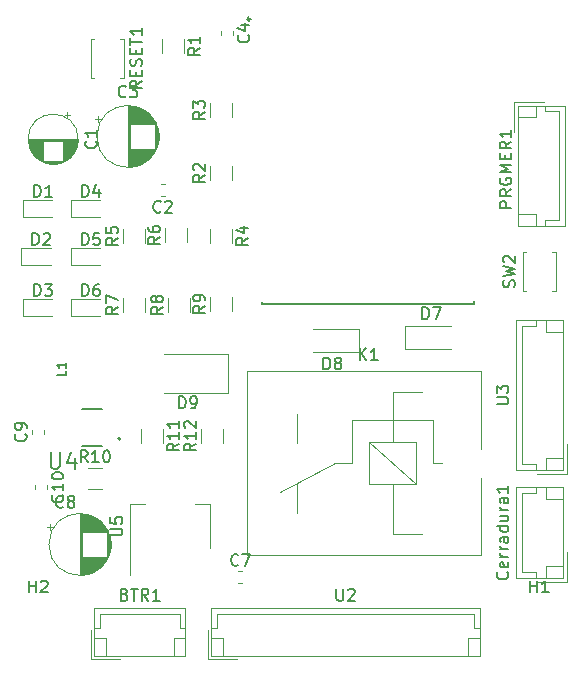
<source format=gbr>
G04 #@! TF.GenerationSoftware,KiCad,Pcbnew,5.1.5+dfsg1-2build2*
G04 #@! TF.CreationDate,2021-12-30T00:51:53-05:00*
G04 #@! TF.ProjectId,schematics,73636865-6d61-4746-9963-732e6b696361,rev?*
G04 #@! TF.SameCoordinates,Original*
G04 #@! TF.FileFunction,Legend,Top*
G04 #@! TF.FilePolarity,Positive*
%FSLAX46Y46*%
G04 Gerber Fmt 4.6, Leading zero omitted, Abs format (unit mm)*
G04 Created by KiCad (PCBNEW 5.1.5+dfsg1-2build2) date 2021-12-30 00:51:53*
%MOMM*%
%LPD*%
G04 APERTURE LIST*
%ADD10C,0.120000*%
%ADD11C,0.127000*%
%ADD12C,0.240000*%
%ADD13C,0.200000*%
%ADD14C,0.150000*%
G04 APERTURE END LIST*
D10*
X188788000Y-149478000D02*
X188788000Y-146178000D01*
X188788000Y-146178000D02*
X183388000Y-146178000D01*
X188788000Y-149478000D02*
X183388000Y-149478000D01*
X187304000Y-135578436D02*
X187304000Y-136782564D01*
X189124000Y-135578436D02*
X189124000Y-136782564D01*
X177176000Y-172028000D02*
X179676000Y-172028000D01*
X177176000Y-169528000D02*
X177176000Y-172028000D01*
X184196000Y-170228000D02*
X184196000Y-171728000D01*
X185196000Y-170228000D02*
X184196000Y-170228000D01*
X178476000Y-170228000D02*
X178476000Y-171728000D01*
X177476000Y-170228000D02*
X178476000Y-170228000D01*
X184696000Y-169418000D02*
X185196000Y-169418000D01*
X184696000Y-168208000D02*
X184696000Y-169418000D01*
X177976000Y-168208000D02*
X184696000Y-168208000D01*
X177976000Y-169418000D02*
X177976000Y-168208000D01*
X177476000Y-169418000D02*
X177976000Y-169418000D01*
X185196000Y-167708000D02*
X177476000Y-167708000D01*
X185196000Y-171728000D02*
X185196000Y-167708000D01*
X177476000Y-171728000D02*
X185196000Y-171728000D01*
X177476000Y-167708000D02*
X177476000Y-171728000D01*
X175385000Y-125930199D02*
X174985000Y-125930199D01*
X175185000Y-125730199D02*
X175185000Y-126130199D01*
X174360000Y-130081000D02*
X173620000Y-130081000D01*
X174527000Y-130041000D02*
X173453000Y-130041000D01*
X174654000Y-130001000D02*
X173326000Y-130001000D01*
X174758000Y-129961000D02*
X173222000Y-129961000D01*
X174849000Y-129921000D02*
X173131000Y-129921000D01*
X174930000Y-129881000D02*
X173050000Y-129881000D01*
X175003000Y-129841000D02*
X172977000Y-129841000D01*
X173150000Y-129801000D02*
X172910000Y-129801000D01*
X175070000Y-129801000D02*
X174830000Y-129801000D01*
X173150000Y-129761000D02*
X172848000Y-129761000D01*
X175132000Y-129761000D02*
X174830000Y-129761000D01*
X173150000Y-129721000D02*
X172790000Y-129721000D01*
X175190000Y-129721000D02*
X174830000Y-129721000D01*
X173150000Y-129681000D02*
X172736000Y-129681000D01*
X175244000Y-129681000D02*
X174830000Y-129681000D01*
X173150000Y-129641000D02*
X172686000Y-129641000D01*
X175294000Y-129641000D02*
X174830000Y-129641000D01*
X173150000Y-129601000D02*
X172639000Y-129601000D01*
X175341000Y-129601000D02*
X174830000Y-129601000D01*
X173150000Y-129561000D02*
X172594000Y-129561000D01*
X175386000Y-129561000D02*
X174830000Y-129561000D01*
X173150000Y-129521000D02*
X172552000Y-129521000D01*
X175428000Y-129521000D02*
X174830000Y-129521000D01*
X173150000Y-129481000D02*
X172512000Y-129481000D01*
X175468000Y-129481000D02*
X174830000Y-129481000D01*
X173150000Y-129441000D02*
X172474000Y-129441000D01*
X175506000Y-129441000D02*
X174830000Y-129441000D01*
X173150000Y-129401000D02*
X172438000Y-129401000D01*
X175542000Y-129401000D02*
X174830000Y-129401000D01*
X173150000Y-129361000D02*
X172403000Y-129361000D01*
X175577000Y-129361000D02*
X174830000Y-129361000D01*
X173150000Y-129321000D02*
X172371000Y-129321000D01*
X175609000Y-129321000D02*
X174830000Y-129321000D01*
X173150000Y-129281000D02*
X172340000Y-129281000D01*
X175640000Y-129281000D02*
X174830000Y-129281000D01*
X173150000Y-129241000D02*
X172310000Y-129241000D01*
X175670000Y-129241000D02*
X174830000Y-129241000D01*
X173150000Y-129201000D02*
X172282000Y-129201000D01*
X175698000Y-129201000D02*
X174830000Y-129201000D01*
X173150000Y-129161000D02*
X172255000Y-129161000D01*
X175725000Y-129161000D02*
X174830000Y-129161000D01*
X173150000Y-129121000D02*
X172230000Y-129121000D01*
X175750000Y-129121000D02*
X174830000Y-129121000D01*
X173150000Y-129081000D02*
X172205000Y-129081000D01*
X175775000Y-129081000D02*
X174830000Y-129081000D01*
X173150000Y-129041000D02*
X172182000Y-129041000D01*
X175798000Y-129041000D02*
X174830000Y-129041000D01*
X173150000Y-129001000D02*
X172160000Y-129001000D01*
X175820000Y-129001000D02*
X174830000Y-129001000D01*
X173150000Y-128961000D02*
X172139000Y-128961000D01*
X175841000Y-128961000D02*
X174830000Y-128961000D01*
X173150000Y-128921000D02*
X172120000Y-128921000D01*
X175860000Y-128921000D02*
X174830000Y-128921000D01*
X173150000Y-128881000D02*
X172101000Y-128881000D01*
X175879000Y-128881000D02*
X174830000Y-128881000D01*
X173150000Y-128841000D02*
X172083000Y-128841000D01*
X175897000Y-128841000D02*
X174830000Y-128841000D01*
X173150000Y-128801000D02*
X172066000Y-128801000D01*
X175914000Y-128801000D02*
X174830000Y-128801000D01*
X173150000Y-128761000D02*
X172050000Y-128761000D01*
X175930000Y-128761000D02*
X174830000Y-128761000D01*
X173150000Y-128721000D02*
X172036000Y-128721000D01*
X175944000Y-128721000D02*
X174830000Y-128721000D01*
X173150000Y-128680000D02*
X172022000Y-128680000D01*
X175958000Y-128680000D02*
X174830000Y-128680000D01*
X173150000Y-128640000D02*
X172008000Y-128640000D01*
X175972000Y-128640000D02*
X174830000Y-128640000D01*
X173150000Y-128600000D02*
X171996000Y-128600000D01*
X175984000Y-128600000D02*
X174830000Y-128600000D01*
X173150000Y-128560000D02*
X171985000Y-128560000D01*
X175995000Y-128560000D02*
X174830000Y-128560000D01*
X173150000Y-128520000D02*
X171974000Y-128520000D01*
X176006000Y-128520000D02*
X174830000Y-128520000D01*
X173150000Y-128480000D02*
X171965000Y-128480000D01*
X176015000Y-128480000D02*
X174830000Y-128480000D01*
X173150000Y-128440000D02*
X171956000Y-128440000D01*
X176024000Y-128440000D02*
X174830000Y-128440000D01*
X173150000Y-128400000D02*
X171948000Y-128400000D01*
X176032000Y-128400000D02*
X174830000Y-128400000D01*
X173150000Y-128360000D02*
X171940000Y-128360000D01*
X176040000Y-128360000D02*
X174830000Y-128360000D01*
X173150000Y-128320000D02*
X171934000Y-128320000D01*
X176046000Y-128320000D02*
X174830000Y-128320000D01*
X173150000Y-128280000D02*
X171928000Y-128280000D01*
X176052000Y-128280000D02*
X174830000Y-128280000D01*
X173150000Y-128240000D02*
X171923000Y-128240000D01*
X176057000Y-128240000D02*
X174830000Y-128240000D01*
X173150000Y-128200000D02*
X171919000Y-128200000D01*
X176061000Y-128200000D02*
X174830000Y-128200000D01*
X176064000Y-128160000D02*
X171916000Y-128160000D01*
X176067000Y-128120000D02*
X171913000Y-128120000D01*
X176069000Y-128080000D02*
X171911000Y-128080000D01*
X176070000Y-128040000D02*
X171910000Y-128040000D01*
X176070000Y-128000000D02*
X171910000Y-128000000D01*
X176110000Y-128000000D02*
G75*
G03X176110000Y-128000000I-2120000J0D01*
G01*
X183446267Y-132844000D02*
X183103733Y-132844000D01*
X183446267Y-131824000D02*
X183103733Y-131824000D01*
X182940000Y-127762000D02*
G75*
G03X182940000Y-127762000I-2620000J0D01*
G01*
X180320000Y-125182000D02*
X180320000Y-130342000D01*
X180360000Y-125182000D02*
X180360000Y-130342000D01*
X180400000Y-125183000D02*
X180400000Y-130341000D01*
X180440000Y-125184000D02*
X180440000Y-130340000D01*
X180480000Y-125186000D02*
X180480000Y-130338000D01*
X180520000Y-125189000D02*
X180520000Y-130335000D01*
X180560000Y-125193000D02*
X180560000Y-126722000D01*
X180560000Y-128802000D02*
X180560000Y-130331000D01*
X180600000Y-125197000D02*
X180600000Y-126722000D01*
X180600000Y-128802000D02*
X180600000Y-130327000D01*
X180640000Y-125201000D02*
X180640000Y-126722000D01*
X180640000Y-128802000D02*
X180640000Y-130323000D01*
X180680000Y-125206000D02*
X180680000Y-126722000D01*
X180680000Y-128802000D02*
X180680000Y-130318000D01*
X180720000Y-125212000D02*
X180720000Y-126722000D01*
X180720000Y-128802000D02*
X180720000Y-130312000D01*
X180760000Y-125219000D02*
X180760000Y-126722000D01*
X180760000Y-128802000D02*
X180760000Y-130305000D01*
X180800000Y-125226000D02*
X180800000Y-126722000D01*
X180800000Y-128802000D02*
X180800000Y-130298000D01*
X180840000Y-125234000D02*
X180840000Y-126722000D01*
X180840000Y-128802000D02*
X180840000Y-130290000D01*
X180880000Y-125242000D02*
X180880000Y-126722000D01*
X180880000Y-128802000D02*
X180880000Y-130282000D01*
X180920000Y-125251000D02*
X180920000Y-126722000D01*
X180920000Y-128802000D02*
X180920000Y-130273000D01*
X180960000Y-125261000D02*
X180960000Y-126722000D01*
X180960000Y-128802000D02*
X180960000Y-130263000D01*
X181000000Y-125271000D02*
X181000000Y-126722000D01*
X181000000Y-128802000D02*
X181000000Y-130253000D01*
X181041000Y-125282000D02*
X181041000Y-126722000D01*
X181041000Y-128802000D02*
X181041000Y-130242000D01*
X181081000Y-125294000D02*
X181081000Y-126722000D01*
X181081000Y-128802000D02*
X181081000Y-130230000D01*
X181121000Y-125307000D02*
X181121000Y-126722000D01*
X181121000Y-128802000D02*
X181121000Y-130217000D01*
X181161000Y-125320000D02*
X181161000Y-126722000D01*
X181161000Y-128802000D02*
X181161000Y-130204000D01*
X181201000Y-125334000D02*
X181201000Y-126722000D01*
X181201000Y-128802000D02*
X181201000Y-130190000D01*
X181241000Y-125348000D02*
X181241000Y-126722000D01*
X181241000Y-128802000D02*
X181241000Y-130176000D01*
X181281000Y-125364000D02*
X181281000Y-126722000D01*
X181281000Y-128802000D02*
X181281000Y-130160000D01*
X181321000Y-125380000D02*
X181321000Y-126722000D01*
X181321000Y-128802000D02*
X181321000Y-130144000D01*
X181361000Y-125397000D02*
X181361000Y-126722000D01*
X181361000Y-128802000D02*
X181361000Y-130127000D01*
X181401000Y-125414000D02*
X181401000Y-126722000D01*
X181401000Y-128802000D02*
X181401000Y-130110000D01*
X181441000Y-125433000D02*
X181441000Y-126722000D01*
X181441000Y-128802000D02*
X181441000Y-130091000D01*
X181481000Y-125452000D02*
X181481000Y-126722000D01*
X181481000Y-128802000D02*
X181481000Y-130072000D01*
X181521000Y-125472000D02*
X181521000Y-126722000D01*
X181521000Y-128802000D02*
X181521000Y-130052000D01*
X181561000Y-125494000D02*
X181561000Y-126722000D01*
X181561000Y-128802000D02*
X181561000Y-130030000D01*
X181601000Y-125515000D02*
X181601000Y-126722000D01*
X181601000Y-128802000D02*
X181601000Y-130009000D01*
X181641000Y-125538000D02*
X181641000Y-126722000D01*
X181641000Y-128802000D02*
X181641000Y-129986000D01*
X181681000Y-125562000D02*
X181681000Y-126722000D01*
X181681000Y-128802000D02*
X181681000Y-129962000D01*
X181721000Y-125587000D02*
X181721000Y-126722000D01*
X181721000Y-128802000D02*
X181721000Y-129937000D01*
X181761000Y-125613000D02*
X181761000Y-126722000D01*
X181761000Y-128802000D02*
X181761000Y-129911000D01*
X181801000Y-125640000D02*
X181801000Y-126722000D01*
X181801000Y-128802000D02*
X181801000Y-129884000D01*
X181841000Y-125667000D02*
X181841000Y-126722000D01*
X181841000Y-128802000D02*
X181841000Y-129857000D01*
X181881000Y-125697000D02*
X181881000Y-126722000D01*
X181881000Y-128802000D02*
X181881000Y-129827000D01*
X181921000Y-125727000D02*
X181921000Y-126722000D01*
X181921000Y-128802000D02*
X181921000Y-129797000D01*
X181961000Y-125758000D02*
X181961000Y-126722000D01*
X181961000Y-128802000D02*
X181961000Y-129766000D01*
X182001000Y-125791000D02*
X182001000Y-126722000D01*
X182001000Y-128802000D02*
X182001000Y-129733000D01*
X182041000Y-125825000D02*
X182041000Y-126722000D01*
X182041000Y-128802000D02*
X182041000Y-129699000D01*
X182081000Y-125861000D02*
X182081000Y-126722000D01*
X182081000Y-128802000D02*
X182081000Y-129663000D01*
X182121000Y-125898000D02*
X182121000Y-126722000D01*
X182121000Y-128802000D02*
X182121000Y-129626000D01*
X182161000Y-125936000D02*
X182161000Y-126722000D01*
X182161000Y-128802000D02*
X182161000Y-129588000D01*
X182201000Y-125977000D02*
X182201000Y-126722000D01*
X182201000Y-128802000D02*
X182201000Y-129547000D01*
X182241000Y-126019000D02*
X182241000Y-126722000D01*
X182241000Y-128802000D02*
X182241000Y-129505000D01*
X182281000Y-126063000D02*
X182281000Y-126722000D01*
X182281000Y-128802000D02*
X182281000Y-129461000D01*
X182321000Y-126109000D02*
X182321000Y-126722000D01*
X182321000Y-128802000D02*
X182321000Y-129415000D01*
X182361000Y-126157000D02*
X182361000Y-126722000D01*
X182361000Y-128802000D02*
X182361000Y-129367000D01*
X182401000Y-126208000D02*
X182401000Y-126722000D01*
X182401000Y-128802000D02*
X182401000Y-129316000D01*
X182441000Y-126262000D02*
X182441000Y-126722000D01*
X182441000Y-128802000D02*
X182441000Y-129262000D01*
X182481000Y-126319000D02*
X182481000Y-126722000D01*
X182481000Y-128802000D02*
X182481000Y-129205000D01*
X182521000Y-126379000D02*
X182521000Y-126722000D01*
X182521000Y-128802000D02*
X182521000Y-129145000D01*
X182561000Y-126443000D02*
X182561000Y-126722000D01*
X182561000Y-128802000D02*
X182561000Y-129081000D01*
X182601000Y-126511000D02*
X182601000Y-126722000D01*
X182601000Y-128802000D02*
X182601000Y-129013000D01*
X182641000Y-126584000D02*
X182641000Y-128940000D01*
X182681000Y-126664000D02*
X182681000Y-128860000D01*
X182721000Y-126751000D02*
X182721000Y-128773000D01*
X182761000Y-126847000D02*
X182761000Y-128677000D01*
X182801000Y-126957000D02*
X182801000Y-128567000D01*
X182841000Y-127085000D02*
X182841000Y-128439000D01*
X182881000Y-127244000D02*
X182881000Y-128280000D01*
X182921000Y-127478000D02*
X182921000Y-128046000D01*
X177515225Y-126287000D02*
X178015225Y-126287000D01*
X177765225Y-126037000D02*
X177765225Y-126537000D01*
X188212000Y-118841733D02*
X188212000Y-119184267D01*
X189232000Y-118841733D02*
X189232000Y-119184267D01*
X189679733Y-165610000D02*
X190022267Y-165610000D01*
X189679733Y-164590000D02*
X190022267Y-164590000D01*
X173701225Y-160581000D02*
X173701225Y-161081000D01*
X173451225Y-160831000D02*
X173951225Y-160831000D01*
X178857000Y-162022000D02*
X178857000Y-162590000D01*
X178817000Y-161788000D02*
X178817000Y-162824000D01*
X178777000Y-161629000D02*
X178777000Y-162983000D01*
X178737000Y-161501000D02*
X178737000Y-163111000D01*
X178697000Y-161391000D02*
X178697000Y-163221000D01*
X178657000Y-161295000D02*
X178657000Y-163317000D01*
X178617000Y-161208000D02*
X178617000Y-163404000D01*
X178577000Y-161128000D02*
X178577000Y-163484000D01*
X178537000Y-163346000D02*
X178537000Y-163557000D01*
X178537000Y-161055000D02*
X178537000Y-161266000D01*
X178497000Y-163346000D02*
X178497000Y-163625000D01*
X178497000Y-160987000D02*
X178497000Y-161266000D01*
X178457000Y-163346000D02*
X178457000Y-163689000D01*
X178457000Y-160923000D02*
X178457000Y-161266000D01*
X178417000Y-163346000D02*
X178417000Y-163749000D01*
X178417000Y-160863000D02*
X178417000Y-161266000D01*
X178377000Y-163346000D02*
X178377000Y-163806000D01*
X178377000Y-160806000D02*
X178377000Y-161266000D01*
X178337000Y-163346000D02*
X178337000Y-163860000D01*
X178337000Y-160752000D02*
X178337000Y-161266000D01*
X178297000Y-163346000D02*
X178297000Y-163911000D01*
X178297000Y-160701000D02*
X178297000Y-161266000D01*
X178257000Y-163346000D02*
X178257000Y-163959000D01*
X178257000Y-160653000D02*
X178257000Y-161266000D01*
X178217000Y-163346000D02*
X178217000Y-164005000D01*
X178217000Y-160607000D02*
X178217000Y-161266000D01*
X178177000Y-163346000D02*
X178177000Y-164049000D01*
X178177000Y-160563000D02*
X178177000Y-161266000D01*
X178137000Y-163346000D02*
X178137000Y-164091000D01*
X178137000Y-160521000D02*
X178137000Y-161266000D01*
X178097000Y-163346000D02*
X178097000Y-164132000D01*
X178097000Y-160480000D02*
X178097000Y-161266000D01*
X178057000Y-163346000D02*
X178057000Y-164170000D01*
X178057000Y-160442000D02*
X178057000Y-161266000D01*
X178017000Y-163346000D02*
X178017000Y-164207000D01*
X178017000Y-160405000D02*
X178017000Y-161266000D01*
X177977000Y-163346000D02*
X177977000Y-164243000D01*
X177977000Y-160369000D02*
X177977000Y-161266000D01*
X177937000Y-163346000D02*
X177937000Y-164277000D01*
X177937000Y-160335000D02*
X177937000Y-161266000D01*
X177897000Y-163346000D02*
X177897000Y-164310000D01*
X177897000Y-160302000D02*
X177897000Y-161266000D01*
X177857000Y-163346000D02*
X177857000Y-164341000D01*
X177857000Y-160271000D02*
X177857000Y-161266000D01*
X177817000Y-163346000D02*
X177817000Y-164371000D01*
X177817000Y-160241000D02*
X177817000Y-161266000D01*
X177777000Y-163346000D02*
X177777000Y-164401000D01*
X177777000Y-160211000D02*
X177777000Y-161266000D01*
X177737000Y-163346000D02*
X177737000Y-164428000D01*
X177737000Y-160184000D02*
X177737000Y-161266000D01*
X177697000Y-163346000D02*
X177697000Y-164455000D01*
X177697000Y-160157000D02*
X177697000Y-161266000D01*
X177657000Y-163346000D02*
X177657000Y-164481000D01*
X177657000Y-160131000D02*
X177657000Y-161266000D01*
X177617000Y-163346000D02*
X177617000Y-164506000D01*
X177617000Y-160106000D02*
X177617000Y-161266000D01*
X177577000Y-163346000D02*
X177577000Y-164530000D01*
X177577000Y-160082000D02*
X177577000Y-161266000D01*
X177537000Y-163346000D02*
X177537000Y-164553000D01*
X177537000Y-160059000D02*
X177537000Y-161266000D01*
X177497000Y-163346000D02*
X177497000Y-164574000D01*
X177497000Y-160038000D02*
X177497000Y-161266000D01*
X177457000Y-163346000D02*
X177457000Y-164596000D01*
X177457000Y-160016000D02*
X177457000Y-161266000D01*
X177417000Y-163346000D02*
X177417000Y-164616000D01*
X177417000Y-159996000D02*
X177417000Y-161266000D01*
X177377000Y-163346000D02*
X177377000Y-164635000D01*
X177377000Y-159977000D02*
X177377000Y-161266000D01*
X177337000Y-163346000D02*
X177337000Y-164654000D01*
X177337000Y-159958000D02*
X177337000Y-161266000D01*
X177297000Y-163346000D02*
X177297000Y-164671000D01*
X177297000Y-159941000D02*
X177297000Y-161266000D01*
X177257000Y-163346000D02*
X177257000Y-164688000D01*
X177257000Y-159924000D02*
X177257000Y-161266000D01*
X177217000Y-163346000D02*
X177217000Y-164704000D01*
X177217000Y-159908000D02*
X177217000Y-161266000D01*
X177177000Y-163346000D02*
X177177000Y-164720000D01*
X177177000Y-159892000D02*
X177177000Y-161266000D01*
X177137000Y-163346000D02*
X177137000Y-164734000D01*
X177137000Y-159878000D02*
X177137000Y-161266000D01*
X177097000Y-163346000D02*
X177097000Y-164748000D01*
X177097000Y-159864000D02*
X177097000Y-161266000D01*
X177057000Y-163346000D02*
X177057000Y-164761000D01*
X177057000Y-159851000D02*
X177057000Y-161266000D01*
X177017000Y-163346000D02*
X177017000Y-164774000D01*
X177017000Y-159838000D02*
X177017000Y-161266000D01*
X176977000Y-163346000D02*
X176977000Y-164786000D01*
X176977000Y-159826000D02*
X176977000Y-161266000D01*
X176936000Y-163346000D02*
X176936000Y-164797000D01*
X176936000Y-159815000D02*
X176936000Y-161266000D01*
X176896000Y-163346000D02*
X176896000Y-164807000D01*
X176896000Y-159805000D02*
X176896000Y-161266000D01*
X176856000Y-163346000D02*
X176856000Y-164817000D01*
X176856000Y-159795000D02*
X176856000Y-161266000D01*
X176816000Y-163346000D02*
X176816000Y-164826000D01*
X176816000Y-159786000D02*
X176816000Y-161266000D01*
X176776000Y-163346000D02*
X176776000Y-164834000D01*
X176776000Y-159778000D02*
X176776000Y-161266000D01*
X176736000Y-163346000D02*
X176736000Y-164842000D01*
X176736000Y-159770000D02*
X176736000Y-161266000D01*
X176696000Y-163346000D02*
X176696000Y-164849000D01*
X176696000Y-159763000D02*
X176696000Y-161266000D01*
X176656000Y-163346000D02*
X176656000Y-164856000D01*
X176656000Y-159756000D02*
X176656000Y-161266000D01*
X176616000Y-163346000D02*
X176616000Y-164862000D01*
X176616000Y-159750000D02*
X176616000Y-161266000D01*
X176576000Y-163346000D02*
X176576000Y-164867000D01*
X176576000Y-159745000D02*
X176576000Y-161266000D01*
X176536000Y-163346000D02*
X176536000Y-164871000D01*
X176536000Y-159741000D02*
X176536000Y-161266000D01*
X176496000Y-163346000D02*
X176496000Y-164875000D01*
X176496000Y-159737000D02*
X176496000Y-161266000D01*
X176456000Y-159733000D02*
X176456000Y-164879000D01*
X176416000Y-159730000D02*
X176416000Y-164882000D01*
X176376000Y-159728000D02*
X176376000Y-164884000D01*
X176336000Y-159727000D02*
X176336000Y-164885000D01*
X176296000Y-159726000D02*
X176296000Y-164886000D01*
X176256000Y-159726000D02*
X176256000Y-164886000D01*
X178876000Y-162306000D02*
G75*
G03X178876000Y-162306000I-2620000J0D01*
G01*
X173230000Y-152966267D02*
X173230000Y-152623733D01*
X172210000Y-152966267D02*
X172210000Y-152623733D01*
X173484000Y-157308733D02*
X173484000Y-157651267D01*
X172464000Y-157308733D02*
X172464000Y-157651267D01*
X213174000Y-165170000D02*
X217194000Y-165170000D01*
X217194000Y-165170000D02*
X217194000Y-157450000D01*
X217194000Y-157450000D02*
X213174000Y-157450000D01*
X213174000Y-157450000D02*
X213174000Y-165170000D01*
X214884000Y-165170000D02*
X214884000Y-164670000D01*
X214884000Y-164670000D02*
X213674000Y-164670000D01*
X213674000Y-164670000D02*
X213674000Y-157950000D01*
X213674000Y-157950000D02*
X214884000Y-157950000D01*
X214884000Y-157950000D02*
X214884000Y-157450000D01*
X215694000Y-165170000D02*
X215694000Y-164170000D01*
X215694000Y-164170000D02*
X217194000Y-164170000D01*
X215694000Y-157450000D02*
X215694000Y-158450000D01*
X215694000Y-158450000D02*
X217194000Y-158450000D01*
X214994000Y-165470000D02*
X217494000Y-165470000D01*
X217494000Y-165470000D02*
X217494000Y-162970000D01*
X171455000Y-134593000D02*
X173915000Y-134593000D01*
X171455000Y-133123000D02*
X171455000Y-134593000D01*
X173915000Y-133123000D02*
X171455000Y-133123000D01*
X173774000Y-137187000D02*
X171314000Y-137187000D01*
X171314000Y-137187000D02*
X171314000Y-138657000D01*
X171314000Y-138657000D02*
X173774000Y-138657000D01*
X173915000Y-141505000D02*
X171455000Y-141505000D01*
X171455000Y-141505000D02*
X171455000Y-142975000D01*
X171455000Y-142975000D02*
X173915000Y-142975000D01*
X177979000Y-133123000D02*
X175519000Y-133123000D01*
X175519000Y-133123000D02*
X175519000Y-134593000D01*
X175519000Y-134593000D02*
X177979000Y-134593000D01*
X175519000Y-138657000D02*
X177979000Y-138657000D01*
X175519000Y-137187000D02*
X175519000Y-138657000D01*
X177979000Y-137187000D02*
X175519000Y-137187000D01*
X175519000Y-142975000D02*
X177979000Y-142975000D01*
X175519000Y-141505000D02*
X175519000Y-142975000D01*
X177979000Y-141505000D02*
X175519000Y-141505000D01*
X200738000Y-153598000D02*
X204738000Y-153598000D01*
X200738000Y-157198000D02*
X200738000Y-153598000D01*
X204738000Y-157198000D02*
X200738000Y-157198000D01*
X204738000Y-153598000D02*
X204738000Y-157198000D01*
X200738000Y-153598000D02*
X204738000Y-157198000D01*
X202738000Y-153598000D02*
X202738000Y-149398000D01*
X202738000Y-161398000D02*
X202738000Y-157198000D01*
X206138000Y-155398000D02*
X206138000Y-151798000D01*
X199338000Y-155398000D02*
X199338000Y-151798000D01*
X199338000Y-151798000D02*
X206138000Y-151798000D01*
X197838000Y-155398000D02*
X193238000Y-157898000D01*
X199338000Y-155398000D02*
X197838000Y-155398000D01*
X202738000Y-161398000D02*
X205238000Y-161398000D01*
X206138000Y-155398000D02*
X206938000Y-155398000D01*
X205238000Y-149398000D02*
X202738000Y-149398000D01*
X194638000Y-159648000D02*
X194638000Y-157148000D01*
X194638000Y-151248000D02*
X194638000Y-153698000D01*
X190388000Y-147648000D02*
X210188000Y-147648000D01*
X190388000Y-163248000D02*
X190388000Y-147648000D01*
X210188000Y-163248000D02*
X190388000Y-163248000D01*
X210188000Y-163248000D02*
X210188000Y-156648000D01*
X210188000Y-154248000D02*
X210188000Y-147648000D01*
X213036000Y-124852000D02*
X213036000Y-127352000D01*
X215536000Y-124852000D02*
X213036000Y-124852000D01*
X214836000Y-134372000D02*
X213336000Y-134372000D01*
X214836000Y-135372000D02*
X214836000Y-134372000D01*
X214836000Y-126152000D02*
X213336000Y-126152000D01*
X214836000Y-125152000D02*
X214836000Y-126152000D01*
X215646000Y-134872000D02*
X215646000Y-135372000D01*
X216856000Y-134872000D02*
X215646000Y-134872000D01*
X216856000Y-125652000D02*
X216856000Y-134872000D01*
X215646000Y-125652000D02*
X216856000Y-125652000D01*
X215646000Y-125152000D02*
X215646000Y-125652000D01*
X217356000Y-135372000D02*
X217356000Y-125152000D01*
X213336000Y-135372000D02*
X217356000Y-135372000D01*
X213336000Y-125152000D02*
X213336000Y-135372000D01*
X217356000Y-125152000D02*
X213336000Y-125152000D01*
X183240000Y-119503436D02*
X183240000Y-120707564D01*
X185060000Y-119503436D02*
X185060000Y-120707564D01*
X187304000Y-131448564D02*
X187304000Y-130244436D01*
X189124000Y-131448564D02*
X189124000Y-130244436D01*
X189124000Y-126114564D02*
X189124000Y-124910436D01*
X187304000Y-126114564D02*
X187304000Y-124910436D01*
X179938000Y-136782564D02*
X179938000Y-135578436D01*
X181758000Y-136782564D02*
X181758000Y-135578436D01*
X183494000Y-136709564D02*
X183494000Y-135505436D01*
X185314000Y-136709564D02*
X185314000Y-135505436D01*
X181758000Y-142624564D02*
X181758000Y-141420436D01*
X179938000Y-142624564D02*
X179938000Y-141420436D01*
X185568000Y-142624564D02*
X185568000Y-141420436D01*
X183748000Y-142624564D02*
X183748000Y-141420436D01*
X187304000Y-142551564D02*
X187304000Y-141347436D01*
X189124000Y-142551564D02*
X189124000Y-141347436D01*
X176943936Y-155808000D02*
X178148064Y-155808000D01*
X176943936Y-157628000D02*
X178148064Y-157628000D01*
X181462000Y-152523436D02*
X181462000Y-153727564D01*
X183282000Y-152523436D02*
X183282000Y-153727564D01*
X188362000Y-153727564D02*
X188362000Y-152523436D01*
X186542000Y-153727564D02*
X186542000Y-152523436D01*
X216238000Y-140842000D02*
X216538000Y-140842000D01*
X216538000Y-140842000D02*
X216538000Y-137542000D01*
X216538000Y-137542000D02*
X216238000Y-137542000D01*
X214038000Y-140842000D02*
X213738000Y-140842000D01*
X213738000Y-140842000D02*
X213738000Y-137542000D01*
X213738000Y-137542000D02*
X214038000Y-137542000D01*
D11*
X191660000Y-141938000D02*
X209660000Y-141938000D01*
X209660000Y-141938000D02*
X209660000Y-141738000D01*
X191660000Y-141788000D02*
X191660000Y-141938000D01*
D12*
X190680000Y-117838000D02*
G75*
G03X190680000Y-117838000I-120000J0D01*
G01*
D10*
X187082000Y-172028000D02*
X189582000Y-172028000D01*
X187082000Y-169528000D02*
X187082000Y-172028000D01*
X209102000Y-170228000D02*
X209102000Y-171728000D01*
X210102000Y-170228000D02*
X209102000Y-170228000D01*
X188382000Y-170228000D02*
X188382000Y-171728000D01*
X187382000Y-170228000D02*
X188382000Y-170228000D01*
X209602000Y-169418000D02*
X210102000Y-169418000D01*
X209602000Y-168208000D02*
X209602000Y-169418000D01*
X187882000Y-168208000D02*
X209602000Y-168208000D01*
X187882000Y-169418000D02*
X187882000Y-168208000D01*
X187382000Y-169418000D02*
X187882000Y-169418000D01*
X210102000Y-167708000D02*
X187382000Y-167708000D01*
X210102000Y-171728000D02*
X210102000Y-167708000D01*
X187382000Y-171728000D02*
X210102000Y-171728000D01*
X187382000Y-167708000D02*
X187382000Y-171728000D01*
X217494000Y-156326000D02*
X217494000Y-153826000D01*
X214994000Y-156326000D02*
X217494000Y-156326000D01*
X215694000Y-144306000D02*
X217194000Y-144306000D01*
X215694000Y-143306000D02*
X215694000Y-144306000D01*
X215694000Y-155026000D02*
X217194000Y-155026000D01*
X215694000Y-156026000D02*
X215694000Y-155026000D01*
X214884000Y-143806000D02*
X214884000Y-143306000D01*
X213674000Y-143806000D02*
X214884000Y-143806000D01*
X213674000Y-155526000D02*
X213674000Y-143806000D01*
X214884000Y-155526000D02*
X213674000Y-155526000D01*
X214884000Y-156026000D02*
X214884000Y-155526000D01*
X213174000Y-143306000D02*
X213174000Y-156026000D01*
X217194000Y-143306000D02*
X213174000Y-143306000D01*
X217194000Y-156026000D02*
X217194000Y-143306000D01*
X213174000Y-156026000D02*
X217194000Y-156026000D01*
D11*
X178142000Y-153965000D02*
X176442000Y-153965000D01*
X176442000Y-150835000D02*
X178142000Y-150835000D01*
D13*
X179697000Y-153350000D02*
G75*
G03X179697000Y-153350000I-100000J0D01*
G01*
D10*
X180486000Y-164882000D02*
X180486000Y-158872000D01*
X187306000Y-162632000D02*
X187306000Y-158872000D01*
X180486000Y-158872000D02*
X181746000Y-158872000D01*
X187306000Y-158872000D02*
X186046000Y-158872000D01*
X203744000Y-143780000D02*
X203744000Y-145780000D01*
X203744000Y-145780000D02*
X207644000Y-145780000D01*
X203744000Y-143780000D02*
X207644000Y-143780000D01*
X199862000Y-146034000D02*
X195962000Y-146034000D01*
X199862000Y-144034000D02*
X195962000Y-144034000D01*
X199862000Y-146034000D02*
X199862000Y-144034000D01*
X177462000Y-119490000D02*
X177162000Y-119490000D01*
X177162000Y-119490000D02*
X177162000Y-122790000D01*
X177162000Y-122790000D02*
X177462000Y-122790000D01*
X179662000Y-119490000D02*
X179962000Y-119490000D01*
X179962000Y-119490000D02*
X179962000Y-122790000D01*
X179962000Y-122790000D02*
X179662000Y-122790000D01*
D14*
X184649904Y-150780380D02*
X184649904Y-149780380D01*
X184888000Y-149780380D01*
X185030857Y-149828000D01*
X185126095Y-149923238D01*
X185173714Y-150018476D01*
X185221333Y-150208952D01*
X185221333Y-150351809D01*
X185173714Y-150542285D01*
X185126095Y-150637523D01*
X185030857Y-150732761D01*
X184888000Y-150780380D01*
X184649904Y-150780380D01*
X185697523Y-150780380D02*
X185888000Y-150780380D01*
X185983238Y-150732761D01*
X186030857Y-150685142D01*
X186126095Y-150542285D01*
X186173714Y-150351809D01*
X186173714Y-149970857D01*
X186126095Y-149875619D01*
X186078476Y-149828000D01*
X185983238Y-149780380D01*
X185792761Y-149780380D01*
X185697523Y-149828000D01*
X185649904Y-149875619D01*
X185602285Y-149970857D01*
X185602285Y-150208952D01*
X185649904Y-150304190D01*
X185697523Y-150351809D01*
X185792761Y-150399428D01*
X185983238Y-150399428D01*
X186078476Y-150351809D01*
X186126095Y-150304190D01*
X186173714Y-150208952D01*
X190486380Y-136347166D02*
X190010190Y-136680500D01*
X190486380Y-136918595D02*
X189486380Y-136918595D01*
X189486380Y-136537642D01*
X189534000Y-136442404D01*
X189581619Y-136394785D01*
X189676857Y-136347166D01*
X189819714Y-136347166D01*
X189914952Y-136394785D01*
X189962571Y-136442404D01*
X190010190Y-136537642D01*
X190010190Y-136918595D01*
X189819714Y-135490023D02*
X190486380Y-135490023D01*
X189438761Y-135728119D02*
X190153047Y-135966214D01*
X190153047Y-135347166D01*
X180050285Y-166546571D02*
X180193142Y-166594190D01*
X180240761Y-166641809D01*
X180288380Y-166737047D01*
X180288380Y-166879904D01*
X180240761Y-166975142D01*
X180193142Y-167022761D01*
X180097904Y-167070380D01*
X179716952Y-167070380D01*
X179716952Y-166070380D01*
X180050285Y-166070380D01*
X180145523Y-166118000D01*
X180193142Y-166165619D01*
X180240761Y-166260857D01*
X180240761Y-166356095D01*
X180193142Y-166451333D01*
X180145523Y-166498952D01*
X180050285Y-166546571D01*
X179716952Y-166546571D01*
X180574095Y-166070380D02*
X181145523Y-166070380D01*
X180859809Y-167070380D02*
X180859809Y-166070380D01*
X182050285Y-167070380D02*
X181716952Y-166594190D01*
X181478857Y-167070380D02*
X181478857Y-166070380D01*
X181859809Y-166070380D01*
X181955047Y-166118000D01*
X182002666Y-166165619D01*
X182050285Y-166260857D01*
X182050285Y-166403714D01*
X182002666Y-166498952D01*
X181955047Y-166546571D01*
X181859809Y-166594190D01*
X181478857Y-166594190D01*
X183002666Y-167070380D02*
X182431238Y-167070380D01*
X182716952Y-167070380D02*
X182716952Y-166070380D01*
X182621714Y-166213238D01*
X182526476Y-166308476D01*
X182431238Y-166356095D01*
X177597142Y-128166666D02*
X177644761Y-128214285D01*
X177692380Y-128357142D01*
X177692380Y-128452380D01*
X177644761Y-128595238D01*
X177549523Y-128690476D01*
X177454285Y-128738095D01*
X177263809Y-128785714D01*
X177120952Y-128785714D01*
X176930476Y-128738095D01*
X176835238Y-128690476D01*
X176740000Y-128595238D01*
X176692380Y-128452380D01*
X176692380Y-128357142D01*
X176740000Y-128214285D01*
X176787619Y-128166666D01*
X177692380Y-127214285D02*
X177692380Y-127785714D01*
X177692380Y-127500000D02*
X176692380Y-127500000D01*
X176835238Y-127595238D01*
X176930476Y-127690476D01*
X176978095Y-127785714D01*
X183108333Y-134121142D02*
X183060714Y-134168761D01*
X182917857Y-134216380D01*
X182822619Y-134216380D01*
X182679761Y-134168761D01*
X182584523Y-134073523D01*
X182536904Y-133978285D01*
X182489285Y-133787809D01*
X182489285Y-133644952D01*
X182536904Y-133454476D01*
X182584523Y-133359238D01*
X182679761Y-133264000D01*
X182822619Y-133216380D01*
X182917857Y-133216380D01*
X183060714Y-133264000D01*
X183108333Y-133311619D01*
X183489285Y-133311619D02*
X183536904Y-133264000D01*
X183632142Y-133216380D01*
X183870238Y-133216380D01*
X183965476Y-133264000D01*
X184013095Y-133311619D01*
X184060714Y-133406857D01*
X184060714Y-133502095D01*
X184013095Y-133644952D01*
X183441666Y-134216380D01*
X184060714Y-134216380D01*
X180153333Y-124369142D02*
X180105714Y-124416761D01*
X179962857Y-124464380D01*
X179867619Y-124464380D01*
X179724761Y-124416761D01*
X179629523Y-124321523D01*
X179581904Y-124226285D01*
X179534285Y-124035809D01*
X179534285Y-123892952D01*
X179581904Y-123702476D01*
X179629523Y-123607238D01*
X179724761Y-123512000D01*
X179867619Y-123464380D01*
X179962857Y-123464380D01*
X180105714Y-123512000D01*
X180153333Y-123559619D01*
X180486666Y-123464380D02*
X181105714Y-123464380D01*
X180772380Y-123845333D01*
X180915238Y-123845333D01*
X181010476Y-123892952D01*
X181058095Y-123940571D01*
X181105714Y-124035809D01*
X181105714Y-124273904D01*
X181058095Y-124369142D01*
X181010476Y-124416761D01*
X180915238Y-124464380D01*
X180629523Y-124464380D01*
X180534285Y-124416761D01*
X180486666Y-124369142D01*
X190509142Y-119179666D02*
X190556761Y-119227285D01*
X190604380Y-119370142D01*
X190604380Y-119465380D01*
X190556761Y-119608238D01*
X190461523Y-119703476D01*
X190366285Y-119751095D01*
X190175809Y-119798714D01*
X190032952Y-119798714D01*
X189842476Y-119751095D01*
X189747238Y-119703476D01*
X189652000Y-119608238D01*
X189604380Y-119465380D01*
X189604380Y-119370142D01*
X189652000Y-119227285D01*
X189699619Y-119179666D01*
X189937714Y-118322523D02*
X190604380Y-118322523D01*
X189556761Y-118560619D02*
X190271047Y-118798714D01*
X190271047Y-118179666D01*
X189684333Y-164027142D02*
X189636714Y-164074761D01*
X189493857Y-164122380D01*
X189398619Y-164122380D01*
X189255761Y-164074761D01*
X189160523Y-163979523D01*
X189112904Y-163884285D01*
X189065285Y-163693809D01*
X189065285Y-163550952D01*
X189112904Y-163360476D01*
X189160523Y-163265238D01*
X189255761Y-163170000D01*
X189398619Y-163122380D01*
X189493857Y-163122380D01*
X189636714Y-163170000D01*
X189684333Y-163217619D01*
X190017666Y-163122380D02*
X190684333Y-163122380D01*
X190255761Y-164122380D01*
X174839333Y-159107142D02*
X174791714Y-159154761D01*
X174648857Y-159202380D01*
X174553619Y-159202380D01*
X174410761Y-159154761D01*
X174315523Y-159059523D01*
X174267904Y-158964285D01*
X174220285Y-158773809D01*
X174220285Y-158630952D01*
X174267904Y-158440476D01*
X174315523Y-158345238D01*
X174410761Y-158250000D01*
X174553619Y-158202380D01*
X174648857Y-158202380D01*
X174791714Y-158250000D01*
X174839333Y-158297619D01*
X175410761Y-158630952D02*
X175315523Y-158583333D01*
X175267904Y-158535714D01*
X175220285Y-158440476D01*
X175220285Y-158392857D01*
X175267904Y-158297619D01*
X175315523Y-158250000D01*
X175410761Y-158202380D01*
X175601238Y-158202380D01*
X175696476Y-158250000D01*
X175744095Y-158297619D01*
X175791714Y-158392857D01*
X175791714Y-158440476D01*
X175744095Y-158535714D01*
X175696476Y-158583333D01*
X175601238Y-158630952D01*
X175410761Y-158630952D01*
X175315523Y-158678571D01*
X175267904Y-158726190D01*
X175220285Y-158821428D01*
X175220285Y-159011904D01*
X175267904Y-159107142D01*
X175315523Y-159154761D01*
X175410761Y-159202380D01*
X175601238Y-159202380D01*
X175696476Y-159154761D01*
X175744095Y-159107142D01*
X175791714Y-159011904D01*
X175791714Y-158821428D01*
X175744095Y-158726190D01*
X175696476Y-158678571D01*
X175601238Y-158630952D01*
X171647142Y-152961666D02*
X171694761Y-153009285D01*
X171742380Y-153152142D01*
X171742380Y-153247380D01*
X171694761Y-153390238D01*
X171599523Y-153485476D01*
X171504285Y-153533095D01*
X171313809Y-153580714D01*
X171170952Y-153580714D01*
X170980476Y-153533095D01*
X170885238Y-153485476D01*
X170790000Y-153390238D01*
X170742380Y-153247380D01*
X170742380Y-153152142D01*
X170790000Y-153009285D01*
X170837619Y-152961666D01*
X171742380Y-152485476D02*
X171742380Y-152295000D01*
X171694761Y-152199761D01*
X171647142Y-152152142D01*
X171504285Y-152056904D01*
X171313809Y-152009285D01*
X170932857Y-152009285D01*
X170837619Y-152056904D01*
X170790000Y-152104523D01*
X170742380Y-152199761D01*
X170742380Y-152390238D01*
X170790000Y-152485476D01*
X170837619Y-152533095D01*
X170932857Y-152580714D01*
X171170952Y-152580714D01*
X171266190Y-152533095D01*
X171313809Y-152485476D01*
X171361428Y-152390238D01*
X171361428Y-152199761D01*
X171313809Y-152104523D01*
X171266190Y-152056904D01*
X171170952Y-152009285D01*
X174761142Y-158122857D02*
X174808761Y-158170476D01*
X174856380Y-158313333D01*
X174856380Y-158408571D01*
X174808761Y-158551428D01*
X174713523Y-158646666D01*
X174618285Y-158694285D01*
X174427809Y-158741904D01*
X174284952Y-158741904D01*
X174094476Y-158694285D01*
X173999238Y-158646666D01*
X173904000Y-158551428D01*
X173856380Y-158408571D01*
X173856380Y-158313333D01*
X173904000Y-158170476D01*
X173951619Y-158122857D01*
X174856380Y-157170476D02*
X174856380Y-157741904D01*
X174856380Y-157456190D02*
X173856380Y-157456190D01*
X173999238Y-157551428D01*
X174094476Y-157646666D01*
X174142095Y-157741904D01*
X173856380Y-156551428D02*
X173856380Y-156456190D01*
X173904000Y-156360952D01*
X173951619Y-156313333D01*
X174046857Y-156265714D01*
X174237333Y-156218095D01*
X174475428Y-156218095D01*
X174665904Y-156265714D01*
X174761142Y-156313333D01*
X174808761Y-156360952D01*
X174856380Y-156456190D01*
X174856380Y-156551428D01*
X174808761Y-156646666D01*
X174761142Y-156694285D01*
X174665904Y-156741904D01*
X174475428Y-156789523D01*
X174237333Y-156789523D01*
X174046857Y-156741904D01*
X173951619Y-156694285D01*
X173904000Y-156646666D01*
X173856380Y-156551428D01*
X212441142Y-164643333D02*
X212488761Y-164690952D01*
X212536380Y-164833809D01*
X212536380Y-164929047D01*
X212488761Y-165071904D01*
X212393523Y-165167142D01*
X212298285Y-165214761D01*
X212107809Y-165262380D01*
X211964952Y-165262380D01*
X211774476Y-165214761D01*
X211679238Y-165167142D01*
X211584000Y-165071904D01*
X211536380Y-164929047D01*
X211536380Y-164833809D01*
X211584000Y-164690952D01*
X211631619Y-164643333D01*
X212488761Y-163833809D02*
X212536380Y-163929047D01*
X212536380Y-164119523D01*
X212488761Y-164214761D01*
X212393523Y-164262380D01*
X212012571Y-164262380D01*
X211917333Y-164214761D01*
X211869714Y-164119523D01*
X211869714Y-163929047D01*
X211917333Y-163833809D01*
X212012571Y-163786190D01*
X212107809Y-163786190D01*
X212203047Y-164262380D01*
X212536380Y-163357619D02*
X211869714Y-163357619D01*
X212060190Y-163357619D02*
X211964952Y-163310000D01*
X211917333Y-163262380D01*
X211869714Y-163167142D01*
X211869714Y-163071904D01*
X212536380Y-162738571D02*
X211869714Y-162738571D01*
X212060190Y-162738571D02*
X211964952Y-162690952D01*
X211917333Y-162643333D01*
X211869714Y-162548095D01*
X211869714Y-162452857D01*
X212536380Y-161690952D02*
X212012571Y-161690952D01*
X211917333Y-161738571D01*
X211869714Y-161833809D01*
X211869714Y-162024285D01*
X211917333Y-162119523D01*
X212488761Y-161690952D02*
X212536380Y-161786190D01*
X212536380Y-162024285D01*
X212488761Y-162119523D01*
X212393523Y-162167142D01*
X212298285Y-162167142D01*
X212203047Y-162119523D01*
X212155428Y-162024285D01*
X212155428Y-161786190D01*
X212107809Y-161690952D01*
X212536380Y-160786190D02*
X211536380Y-160786190D01*
X212488761Y-160786190D02*
X212536380Y-160881428D01*
X212536380Y-161071904D01*
X212488761Y-161167142D01*
X212441142Y-161214761D01*
X212345904Y-161262380D01*
X212060190Y-161262380D01*
X211964952Y-161214761D01*
X211917333Y-161167142D01*
X211869714Y-161071904D01*
X211869714Y-160881428D01*
X211917333Y-160786190D01*
X211869714Y-159881428D02*
X212536380Y-159881428D01*
X211869714Y-160310000D02*
X212393523Y-160310000D01*
X212488761Y-160262380D01*
X212536380Y-160167142D01*
X212536380Y-160024285D01*
X212488761Y-159929047D01*
X212441142Y-159881428D01*
X212536380Y-159405238D02*
X211869714Y-159405238D01*
X212060190Y-159405238D02*
X211964952Y-159357619D01*
X211917333Y-159310000D01*
X211869714Y-159214761D01*
X211869714Y-159119523D01*
X212536380Y-158357619D02*
X212012571Y-158357619D01*
X211917333Y-158405238D01*
X211869714Y-158500476D01*
X211869714Y-158690952D01*
X211917333Y-158786190D01*
X212488761Y-158357619D02*
X212536380Y-158452857D01*
X212536380Y-158690952D01*
X212488761Y-158786190D01*
X212393523Y-158833809D01*
X212298285Y-158833809D01*
X212203047Y-158786190D01*
X212155428Y-158690952D01*
X212155428Y-158452857D01*
X212107809Y-158357619D01*
X212536380Y-157357619D02*
X212536380Y-157929047D01*
X212536380Y-157643333D02*
X211536380Y-157643333D01*
X211679238Y-157738571D01*
X211774476Y-157833809D01*
X211822095Y-157929047D01*
X172376904Y-132880380D02*
X172376904Y-131880380D01*
X172615000Y-131880380D01*
X172757857Y-131928000D01*
X172853095Y-132023238D01*
X172900714Y-132118476D01*
X172948333Y-132308952D01*
X172948333Y-132451809D01*
X172900714Y-132642285D01*
X172853095Y-132737523D01*
X172757857Y-132832761D01*
X172615000Y-132880380D01*
X172376904Y-132880380D01*
X173900714Y-132880380D02*
X173329285Y-132880380D01*
X173615000Y-132880380D02*
X173615000Y-131880380D01*
X173519761Y-132023238D01*
X173424523Y-132118476D01*
X173329285Y-132166095D01*
X172235904Y-136944380D02*
X172235904Y-135944380D01*
X172474000Y-135944380D01*
X172616857Y-135992000D01*
X172712095Y-136087238D01*
X172759714Y-136182476D01*
X172807333Y-136372952D01*
X172807333Y-136515809D01*
X172759714Y-136706285D01*
X172712095Y-136801523D01*
X172616857Y-136896761D01*
X172474000Y-136944380D01*
X172235904Y-136944380D01*
X173188285Y-136039619D02*
X173235904Y-135992000D01*
X173331142Y-135944380D01*
X173569238Y-135944380D01*
X173664476Y-135992000D01*
X173712095Y-136039619D01*
X173759714Y-136134857D01*
X173759714Y-136230095D01*
X173712095Y-136372952D01*
X173140666Y-136944380D01*
X173759714Y-136944380D01*
X172376904Y-141262380D02*
X172376904Y-140262380D01*
X172615000Y-140262380D01*
X172757857Y-140310000D01*
X172853095Y-140405238D01*
X172900714Y-140500476D01*
X172948333Y-140690952D01*
X172948333Y-140833809D01*
X172900714Y-141024285D01*
X172853095Y-141119523D01*
X172757857Y-141214761D01*
X172615000Y-141262380D01*
X172376904Y-141262380D01*
X173281666Y-140262380D02*
X173900714Y-140262380D01*
X173567380Y-140643333D01*
X173710238Y-140643333D01*
X173805476Y-140690952D01*
X173853095Y-140738571D01*
X173900714Y-140833809D01*
X173900714Y-141071904D01*
X173853095Y-141167142D01*
X173805476Y-141214761D01*
X173710238Y-141262380D01*
X173424523Y-141262380D01*
X173329285Y-141214761D01*
X173281666Y-141167142D01*
X176440904Y-132880380D02*
X176440904Y-131880380D01*
X176679000Y-131880380D01*
X176821857Y-131928000D01*
X176917095Y-132023238D01*
X176964714Y-132118476D01*
X177012333Y-132308952D01*
X177012333Y-132451809D01*
X176964714Y-132642285D01*
X176917095Y-132737523D01*
X176821857Y-132832761D01*
X176679000Y-132880380D01*
X176440904Y-132880380D01*
X177869476Y-132213714D02*
X177869476Y-132880380D01*
X177631380Y-131832761D02*
X177393285Y-132547047D01*
X178012333Y-132547047D01*
X176440904Y-136944380D02*
X176440904Y-135944380D01*
X176679000Y-135944380D01*
X176821857Y-135992000D01*
X176917095Y-136087238D01*
X176964714Y-136182476D01*
X177012333Y-136372952D01*
X177012333Y-136515809D01*
X176964714Y-136706285D01*
X176917095Y-136801523D01*
X176821857Y-136896761D01*
X176679000Y-136944380D01*
X176440904Y-136944380D01*
X177917095Y-135944380D02*
X177440904Y-135944380D01*
X177393285Y-136420571D01*
X177440904Y-136372952D01*
X177536142Y-136325333D01*
X177774238Y-136325333D01*
X177869476Y-136372952D01*
X177917095Y-136420571D01*
X177964714Y-136515809D01*
X177964714Y-136753904D01*
X177917095Y-136849142D01*
X177869476Y-136896761D01*
X177774238Y-136944380D01*
X177536142Y-136944380D01*
X177440904Y-136896761D01*
X177393285Y-136849142D01*
X176440904Y-141262380D02*
X176440904Y-140262380D01*
X176679000Y-140262380D01*
X176821857Y-140310000D01*
X176917095Y-140405238D01*
X176964714Y-140500476D01*
X177012333Y-140690952D01*
X177012333Y-140833809D01*
X176964714Y-141024285D01*
X176917095Y-141119523D01*
X176821857Y-141214761D01*
X176679000Y-141262380D01*
X176440904Y-141262380D01*
X177869476Y-140262380D02*
X177679000Y-140262380D01*
X177583761Y-140310000D01*
X177536142Y-140357619D01*
X177440904Y-140500476D01*
X177393285Y-140690952D01*
X177393285Y-141071904D01*
X177440904Y-141167142D01*
X177488523Y-141214761D01*
X177583761Y-141262380D01*
X177774238Y-141262380D01*
X177869476Y-141214761D01*
X177917095Y-141167142D01*
X177964714Y-141071904D01*
X177964714Y-140833809D01*
X177917095Y-140738571D01*
X177869476Y-140690952D01*
X177774238Y-140643333D01*
X177583761Y-140643333D01*
X177488523Y-140690952D01*
X177440904Y-140738571D01*
X177393285Y-140833809D01*
X214376095Y-166378380D02*
X214376095Y-165378380D01*
X214376095Y-165854571D02*
X214947523Y-165854571D01*
X214947523Y-166378380D02*
X214947523Y-165378380D01*
X215947523Y-166378380D02*
X215376095Y-166378380D01*
X215661809Y-166378380D02*
X215661809Y-165378380D01*
X215566571Y-165521238D01*
X215471333Y-165616476D01*
X215376095Y-165664095D01*
X171958095Y-166378380D02*
X171958095Y-165378380D01*
X171958095Y-165854571D02*
X172529523Y-165854571D01*
X172529523Y-166378380D02*
X172529523Y-165378380D01*
X172958095Y-165473619D02*
X173005714Y-165426000D01*
X173100952Y-165378380D01*
X173339047Y-165378380D01*
X173434285Y-165426000D01*
X173481904Y-165473619D01*
X173529523Y-165568857D01*
X173529523Y-165664095D01*
X173481904Y-165806952D01*
X172910476Y-166378380D01*
X173529523Y-166378380D01*
X199949904Y-146700380D02*
X199949904Y-145700380D01*
X200521333Y-146700380D02*
X200092761Y-146128952D01*
X200521333Y-145700380D02*
X199949904Y-146271809D01*
X201473714Y-146700380D02*
X200902285Y-146700380D01*
X201188000Y-146700380D02*
X201188000Y-145700380D01*
X201092761Y-145843238D01*
X200997523Y-145938476D01*
X200902285Y-145986095D01*
X175099904Y-147608333D02*
X175099904Y-147989285D01*
X174299904Y-147989285D01*
X175099904Y-146922619D02*
X175099904Y-147379761D01*
X175099904Y-147151190D02*
X174299904Y-147151190D01*
X174414190Y-147227380D01*
X174490380Y-147303571D01*
X174528476Y-147379761D01*
X212796380Y-133817904D02*
X211796380Y-133817904D01*
X211796380Y-133436952D01*
X211844000Y-133341714D01*
X211891619Y-133294095D01*
X211986857Y-133246476D01*
X212129714Y-133246476D01*
X212224952Y-133294095D01*
X212272571Y-133341714D01*
X212320190Y-133436952D01*
X212320190Y-133817904D01*
X212796380Y-132246476D02*
X212320190Y-132579809D01*
X212796380Y-132817904D02*
X211796380Y-132817904D01*
X211796380Y-132436952D01*
X211844000Y-132341714D01*
X211891619Y-132294095D01*
X211986857Y-132246476D01*
X212129714Y-132246476D01*
X212224952Y-132294095D01*
X212272571Y-132341714D01*
X212320190Y-132436952D01*
X212320190Y-132817904D01*
X211844000Y-131294095D02*
X211796380Y-131389333D01*
X211796380Y-131532190D01*
X211844000Y-131675047D01*
X211939238Y-131770285D01*
X212034476Y-131817904D01*
X212224952Y-131865523D01*
X212367809Y-131865523D01*
X212558285Y-131817904D01*
X212653523Y-131770285D01*
X212748761Y-131675047D01*
X212796380Y-131532190D01*
X212796380Y-131436952D01*
X212748761Y-131294095D01*
X212701142Y-131246476D01*
X212367809Y-131246476D01*
X212367809Y-131436952D01*
X212796380Y-130817904D02*
X211796380Y-130817904D01*
X212510666Y-130484571D01*
X211796380Y-130151238D01*
X212796380Y-130151238D01*
X212272571Y-129675047D02*
X212272571Y-129341714D01*
X212796380Y-129198857D02*
X212796380Y-129675047D01*
X211796380Y-129675047D01*
X211796380Y-129198857D01*
X212796380Y-128198857D02*
X212320190Y-128532190D01*
X212796380Y-128770285D02*
X211796380Y-128770285D01*
X211796380Y-128389333D01*
X211844000Y-128294095D01*
X211891619Y-128246476D01*
X211986857Y-128198857D01*
X212129714Y-128198857D01*
X212224952Y-128246476D01*
X212272571Y-128294095D01*
X212320190Y-128389333D01*
X212320190Y-128770285D01*
X212796380Y-127246476D02*
X212796380Y-127817904D01*
X212796380Y-127532190D02*
X211796380Y-127532190D01*
X211939238Y-127627428D01*
X212034476Y-127722666D01*
X212082095Y-127817904D01*
X186422380Y-120272166D02*
X185946190Y-120605500D01*
X186422380Y-120843595D02*
X185422380Y-120843595D01*
X185422380Y-120462642D01*
X185470000Y-120367404D01*
X185517619Y-120319785D01*
X185612857Y-120272166D01*
X185755714Y-120272166D01*
X185850952Y-120319785D01*
X185898571Y-120367404D01*
X185946190Y-120462642D01*
X185946190Y-120843595D01*
X186422380Y-119319785D02*
X186422380Y-119891214D01*
X186422380Y-119605500D02*
X185422380Y-119605500D01*
X185565238Y-119700738D01*
X185660476Y-119795976D01*
X185708095Y-119891214D01*
X186846380Y-131013166D02*
X186370190Y-131346500D01*
X186846380Y-131584595D02*
X185846380Y-131584595D01*
X185846380Y-131203642D01*
X185894000Y-131108404D01*
X185941619Y-131060785D01*
X186036857Y-131013166D01*
X186179714Y-131013166D01*
X186274952Y-131060785D01*
X186322571Y-131108404D01*
X186370190Y-131203642D01*
X186370190Y-131584595D01*
X185941619Y-130632214D02*
X185894000Y-130584595D01*
X185846380Y-130489357D01*
X185846380Y-130251261D01*
X185894000Y-130156023D01*
X185941619Y-130108404D01*
X186036857Y-130060785D01*
X186132095Y-130060785D01*
X186274952Y-130108404D01*
X186846380Y-130679833D01*
X186846380Y-130060785D01*
X186846380Y-125679166D02*
X186370190Y-126012500D01*
X186846380Y-126250595D02*
X185846380Y-126250595D01*
X185846380Y-125869642D01*
X185894000Y-125774404D01*
X185941619Y-125726785D01*
X186036857Y-125679166D01*
X186179714Y-125679166D01*
X186274952Y-125726785D01*
X186322571Y-125774404D01*
X186370190Y-125869642D01*
X186370190Y-126250595D01*
X185846380Y-125345833D02*
X185846380Y-124726785D01*
X186227333Y-125060119D01*
X186227333Y-124917261D01*
X186274952Y-124822023D01*
X186322571Y-124774404D01*
X186417809Y-124726785D01*
X186655904Y-124726785D01*
X186751142Y-124774404D01*
X186798761Y-124822023D01*
X186846380Y-124917261D01*
X186846380Y-125202976D01*
X186798761Y-125298214D01*
X186751142Y-125345833D01*
X179480380Y-136347166D02*
X179004190Y-136680500D01*
X179480380Y-136918595D02*
X178480380Y-136918595D01*
X178480380Y-136537642D01*
X178528000Y-136442404D01*
X178575619Y-136394785D01*
X178670857Y-136347166D01*
X178813714Y-136347166D01*
X178908952Y-136394785D01*
X178956571Y-136442404D01*
X179004190Y-136537642D01*
X179004190Y-136918595D01*
X178480380Y-135442404D02*
X178480380Y-135918595D01*
X178956571Y-135966214D01*
X178908952Y-135918595D01*
X178861333Y-135823357D01*
X178861333Y-135585261D01*
X178908952Y-135490023D01*
X178956571Y-135442404D01*
X179051809Y-135394785D01*
X179289904Y-135394785D01*
X179385142Y-135442404D01*
X179432761Y-135490023D01*
X179480380Y-135585261D01*
X179480380Y-135823357D01*
X179432761Y-135918595D01*
X179385142Y-135966214D01*
X183036380Y-136274166D02*
X182560190Y-136607500D01*
X183036380Y-136845595D02*
X182036380Y-136845595D01*
X182036380Y-136464642D01*
X182084000Y-136369404D01*
X182131619Y-136321785D01*
X182226857Y-136274166D01*
X182369714Y-136274166D01*
X182464952Y-136321785D01*
X182512571Y-136369404D01*
X182560190Y-136464642D01*
X182560190Y-136845595D01*
X182036380Y-135417023D02*
X182036380Y-135607500D01*
X182084000Y-135702738D01*
X182131619Y-135750357D01*
X182274476Y-135845595D01*
X182464952Y-135893214D01*
X182845904Y-135893214D01*
X182941142Y-135845595D01*
X182988761Y-135797976D01*
X183036380Y-135702738D01*
X183036380Y-135512261D01*
X182988761Y-135417023D01*
X182941142Y-135369404D01*
X182845904Y-135321785D01*
X182607809Y-135321785D01*
X182512571Y-135369404D01*
X182464952Y-135417023D01*
X182417333Y-135512261D01*
X182417333Y-135702738D01*
X182464952Y-135797976D01*
X182512571Y-135845595D01*
X182607809Y-135893214D01*
X179480380Y-142189166D02*
X179004190Y-142522500D01*
X179480380Y-142760595D02*
X178480380Y-142760595D01*
X178480380Y-142379642D01*
X178528000Y-142284404D01*
X178575619Y-142236785D01*
X178670857Y-142189166D01*
X178813714Y-142189166D01*
X178908952Y-142236785D01*
X178956571Y-142284404D01*
X179004190Y-142379642D01*
X179004190Y-142760595D01*
X178480380Y-141855833D02*
X178480380Y-141189166D01*
X179480380Y-141617738D01*
X183290380Y-142189166D02*
X182814190Y-142522500D01*
X183290380Y-142760595D02*
X182290380Y-142760595D01*
X182290380Y-142379642D01*
X182338000Y-142284404D01*
X182385619Y-142236785D01*
X182480857Y-142189166D01*
X182623714Y-142189166D01*
X182718952Y-142236785D01*
X182766571Y-142284404D01*
X182814190Y-142379642D01*
X182814190Y-142760595D01*
X182718952Y-141617738D02*
X182671333Y-141712976D01*
X182623714Y-141760595D01*
X182528476Y-141808214D01*
X182480857Y-141808214D01*
X182385619Y-141760595D01*
X182338000Y-141712976D01*
X182290380Y-141617738D01*
X182290380Y-141427261D01*
X182338000Y-141332023D01*
X182385619Y-141284404D01*
X182480857Y-141236785D01*
X182528476Y-141236785D01*
X182623714Y-141284404D01*
X182671333Y-141332023D01*
X182718952Y-141427261D01*
X182718952Y-141617738D01*
X182766571Y-141712976D01*
X182814190Y-141760595D01*
X182909428Y-141808214D01*
X183099904Y-141808214D01*
X183195142Y-141760595D01*
X183242761Y-141712976D01*
X183290380Y-141617738D01*
X183290380Y-141427261D01*
X183242761Y-141332023D01*
X183195142Y-141284404D01*
X183099904Y-141236785D01*
X182909428Y-141236785D01*
X182814190Y-141284404D01*
X182766571Y-141332023D01*
X182718952Y-141427261D01*
X186846380Y-142116166D02*
X186370190Y-142449500D01*
X186846380Y-142687595D02*
X185846380Y-142687595D01*
X185846380Y-142306642D01*
X185894000Y-142211404D01*
X185941619Y-142163785D01*
X186036857Y-142116166D01*
X186179714Y-142116166D01*
X186274952Y-142163785D01*
X186322571Y-142211404D01*
X186370190Y-142306642D01*
X186370190Y-142687595D01*
X186846380Y-141639976D02*
X186846380Y-141449500D01*
X186798761Y-141354261D01*
X186751142Y-141306642D01*
X186608285Y-141211404D01*
X186417809Y-141163785D01*
X186036857Y-141163785D01*
X185941619Y-141211404D01*
X185894000Y-141259023D01*
X185846380Y-141354261D01*
X185846380Y-141544738D01*
X185894000Y-141639976D01*
X185941619Y-141687595D01*
X186036857Y-141735214D01*
X186274952Y-141735214D01*
X186370190Y-141687595D01*
X186417809Y-141639976D01*
X186465428Y-141544738D01*
X186465428Y-141354261D01*
X186417809Y-141259023D01*
X186370190Y-141211404D01*
X186274952Y-141163785D01*
X176903142Y-155350380D02*
X176569809Y-154874190D01*
X176331714Y-155350380D02*
X176331714Y-154350380D01*
X176712666Y-154350380D01*
X176807904Y-154398000D01*
X176855523Y-154445619D01*
X176903142Y-154540857D01*
X176903142Y-154683714D01*
X176855523Y-154778952D01*
X176807904Y-154826571D01*
X176712666Y-154874190D01*
X176331714Y-154874190D01*
X177855523Y-155350380D02*
X177284095Y-155350380D01*
X177569809Y-155350380D02*
X177569809Y-154350380D01*
X177474571Y-154493238D01*
X177379333Y-154588476D01*
X177284095Y-154636095D01*
X178474571Y-154350380D02*
X178569809Y-154350380D01*
X178665047Y-154398000D01*
X178712666Y-154445619D01*
X178760285Y-154540857D01*
X178807904Y-154731333D01*
X178807904Y-154969428D01*
X178760285Y-155159904D01*
X178712666Y-155255142D01*
X178665047Y-155302761D01*
X178569809Y-155350380D01*
X178474571Y-155350380D01*
X178379333Y-155302761D01*
X178331714Y-155255142D01*
X178284095Y-155159904D01*
X178236476Y-154969428D01*
X178236476Y-154731333D01*
X178284095Y-154540857D01*
X178331714Y-154445619D01*
X178379333Y-154398000D01*
X178474571Y-154350380D01*
X184644380Y-153768357D02*
X184168190Y-154101690D01*
X184644380Y-154339785D02*
X183644380Y-154339785D01*
X183644380Y-153958833D01*
X183692000Y-153863595D01*
X183739619Y-153815976D01*
X183834857Y-153768357D01*
X183977714Y-153768357D01*
X184072952Y-153815976D01*
X184120571Y-153863595D01*
X184168190Y-153958833D01*
X184168190Y-154339785D01*
X184644380Y-152815976D02*
X184644380Y-153387404D01*
X184644380Y-153101690D02*
X183644380Y-153101690D01*
X183787238Y-153196928D01*
X183882476Y-153292166D01*
X183930095Y-153387404D01*
X184644380Y-151863595D02*
X184644380Y-152435023D01*
X184644380Y-152149309D02*
X183644380Y-152149309D01*
X183787238Y-152244547D01*
X183882476Y-152339785D01*
X183930095Y-152435023D01*
X186084380Y-153768357D02*
X185608190Y-154101690D01*
X186084380Y-154339785D02*
X185084380Y-154339785D01*
X185084380Y-153958833D01*
X185132000Y-153863595D01*
X185179619Y-153815976D01*
X185274857Y-153768357D01*
X185417714Y-153768357D01*
X185512952Y-153815976D01*
X185560571Y-153863595D01*
X185608190Y-153958833D01*
X185608190Y-154339785D01*
X186084380Y-152815976D02*
X186084380Y-153387404D01*
X186084380Y-153101690D02*
X185084380Y-153101690D01*
X185227238Y-153196928D01*
X185322476Y-153292166D01*
X185370095Y-153387404D01*
X185179619Y-152435023D02*
X185132000Y-152387404D01*
X185084380Y-152292166D01*
X185084380Y-152054071D01*
X185132000Y-151958833D01*
X185179619Y-151911214D01*
X185274857Y-151863595D01*
X185370095Y-151863595D01*
X185512952Y-151911214D01*
X186084380Y-152482642D01*
X186084380Y-151863595D01*
X213042761Y-140525333D02*
X213090380Y-140382476D01*
X213090380Y-140144380D01*
X213042761Y-140049142D01*
X212995142Y-140001523D01*
X212899904Y-139953904D01*
X212804666Y-139953904D01*
X212709428Y-140001523D01*
X212661809Y-140049142D01*
X212614190Y-140144380D01*
X212566571Y-140334857D01*
X212518952Y-140430095D01*
X212471333Y-140477714D01*
X212376095Y-140525333D01*
X212280857Y-140525333D01*
X212185619Y-140477714D01*
X212138000Y-140430095D01*
X212090380Y-140334857D01*
X212090380Y-140096761D01*
X212138000Y-139953904D01*
X212090380Y-139620571D02*
X213090380Y-139382476D01*
X212376095Y-139192000D01*
X213090380Y-139001523D01*
X212090380Y-138763428D01*
X212185619Y-138430095D02*
X212138000Y-138382476D01*
X212090380Y-138287238D01*
X212090380Y-138049142D01*
X212138000Y-137953904D01*
X212185619Y-137906285D01*
X212280857Y-137858666D01*
X212376095Y-137858666D01*
X212518952Y-137906285D01*
X213090380Y-138477714D01*
X213090380Y-137858666D01*
X197980095Y-166070380D02*
X197980095Y-166879904D01*
X198027714Y-166975142D01*
X198075333Y-167022761D01*
X198170571Y-167070380D01*
X198361047Y-167070380D01*
X198456285Y-167022761D01*
X198503904Y-166975142D01*
X198551523Y-166879904D01*
X198551523Y-166070380D01*
X198980095Y-166165619D02*
X199027714Y-166118000D01*
X199122952Y-166070380D01*
X199361047Y-166070380D01*
X199456285Y-166118000D01*
X199503904Y-166165619D01*
X199551523Y-166260857D01*
X199551523Y-166356095D01*
X199503904Y-166498952D01*
X198932476Y-167070380D01*
X199551523Y-167070380D01*
X211536380Y-150427904D02*
X212345904Y-150427904D01*
X212441142Y-150380285D01*
X212488761Y-150332666D01*
X212536380Y-150237428D01*
X212536380Y-150046952D01*
X212488761Y-149951714D01*
X212441142Y-149904095D01*
X212345904Y-149856476D01*
X211536380Y-149856476D01*
X211536380Y-149475523D02*
X211536380Y-148856476D01*
X211917333Y-149189809D01*
X211917333Y-149046952D01*
X211964952Y-148951714D01*
X212012571Y-148904095D01*
X212107809Y-148856476D01*
X212345904Y-148856476D01*
X212441142Y-148904095D01*
X212488761Y-148951714D01*
X212536380Y-149046952D01*
X212536380Y-149332666D01*
X212488761Y-149427904D01*
X212441142Y-149475523D01*
X173780333Y-154522333D02*
X173780333Y-155655666D01*
X173847000Y-155789000D01*
X173913666Y-155855666D01*
X174047000Y-155922333D01*
X174313666Y-155922333D01*
X174447000Y-155855666D01*
X174513666Y-155789000D01*
X174580333Y-155655666D01*
X174580333Y-154522333D01*
X175847000Y-154989000D02*
X175847000Y-155922333D01*
X175513666Y-154455666D02*
X175180333Y-155455666D01*
X176047000Y-155455666D01*
X178848380Y-161543904D02*
X179657904Y-161543904D01*
X179753142Y-161496285D01*
X179800761Y-161448666D01*
X179848380Y-161353428D01*
X179848380Y-161162952D01*
X179800761Y-161067714D01*
X179753142Y-161020095D01*
X179657904Y-160972476D01*
X178848380Y-160972476D01*
X178848380Y-160020095D02*
X178848380Y-160496285D01*
X179324571Y-160543904D01*
X179276952Y-160496285D01*
X179229333Y-160401047D01*
X179229333Y-160162952D01*
X179276952Y-160067714D01*
X179324571Y-160020095D01*
X179419809Y-159972476D01*
X179657904Y-159972476D01*
X179753142Y-160020095D01*
X179800761Y-160067714D01*
X179848380Y-160162952D01*
X179848380Y-160401047D01*
X179800761Y-160496285D01*
X179753142Y-160543904D01*
X205255904Y-143232380D02*
X205255904Y-142232380D01*
X205494000Y-142232380D01*
X205636857Y-142280000D01*
X205732095Y-142375238D01*
X205779714Y-142470476D01*
X205827333Y-142660952D01*
X205827333Y-142803809D01*
X205779714Y-142994285D01*
X205732095Y-143089523D01*
X205636857Y-143184761D01*
X205494000Y-143232380D01*
X205255904Y-143232380D01*
X206160666Y-142232380D02*
X206827333Y-142232380D01*
X206398761Y-143232380D01*
X196873904Y-147486380D02*
X196873904Y-146486380D01*
X197112000Y-146486380D01*
X197254857Y-146534000D01*
X197350095Y-146629238D01*
X197397714Y-146724476D01*
X197445333Y-146914952D01*
X197445333Y-147057809D01*
X197397714Y-147248285D01*
X197350095Y-147343523D01*
X197254857Y-147438761D01*
X197112000Y-147486380D01*
X196873904Y-147486380D01*
X198016761Y-146914952D02*
X197921523Y-146867333D01*
X197873904Y-146819714D01*
X197826285Y-146724476D01*
X197826285Y-146676857D01*
X197873904Y-146581619D01*
X197921523Y-146534000D01*
X198016761Y-146486380D01*
X198207238Y-146486380D01*
X198302476Y-146534000D01*
X198350095Y-146581619D01*
X198397714Y-146676857D01*
X198397714Y-146724476D01*
X198350095Y-146819714D01*
X198302476Y-146867333D01*
X198207238Y-146914952D01*
X198016761Y-146914952D01*
X197921523Y-146962571D01*
X197873904Y-147010190D01*
X197826285Y-147105428D01*
X197826285Y-147295904D01*
X197873904Y-147391142D01*
X197921523Y-147438761D01*
X198016761Y-147486380D01*
X198207238Y-147486380D01*
X198302476Y-147438761D01*
X198350095Y-147391142D01*
X198397714Y-147295904D01*
X198397714Y-147105428D01*
X198350095Y-147010190D01*
X198302476Y-146962571D01*
X198207238Y-146914952D01*
X181514380Y-123068571D02*
X181038190Y-123401904D01*
X181514380Y-123640000D02*
X180514380Y-123640000D01*
X180514380Y-123259047D01*
X180562000Y-123163809D01*
X180609619Y-123116190D01*
X180704857Y-123068571D01*
X180847714Y-123068571D01*
X180942952Y-123116190D01*
X180990571Y-123163809D01*
X181038190Y-123259047D01*
X181038190Y-123640000D01*
X180990571Y-122640000D02*
X180990571Y-122306666D01*
X181514380Y-122163809D02*
X181514380Y-122640000D01*
X180514380Y-122640000D01*
X180514380Y-122163809D01*
X181466761Y-121782857D02*
X181514380Y-121640000D01*
X181514380Y-121401904D01*
X181466761Y-121306666D01*
X181419142Y-121259047D01*
X181323904Y-121211428D01*
X181228666Y-121211428D01*
X181133428Y-121259047D01*
X181085809Y-121306666D01*
X181038190Y-121401904D01*
X180990571Y-121592380D01*
X180942952Y-121687619D01*
X180895333Y-121735238D01*
X180800095Y-121782857D01*
X180704857Y-121782857D01*
X180609619Y-121735238D01*
X180562000Y-121687619D01*
X180514380Y-121592380D01*
X180514380Y-121354285D01*
X180562000Y-121211428D01*
X180990571Y-120782857D02*
X180990571Y-120449523D01*
X181514380Y-120306666D02*
X181514380Y-120782857D01*
X180514380Y-120782857D01*
X180514380Y-120306666D01*
X180514380Y-120020952D02*
X180514380Y-119449523D01*
X181514380Y-119735238D02*
X180514380Y-119735238D01*
X181514380Y-118592380D02*
X181514380Y-119163809D01*
X181514380Y-118878095D02*
X180514380Y-118878095D01*
X180657238Y-118973333D01*
X180752476Y-119068571D01*
X180800095Y-119163809D01*
M02*

</source>
